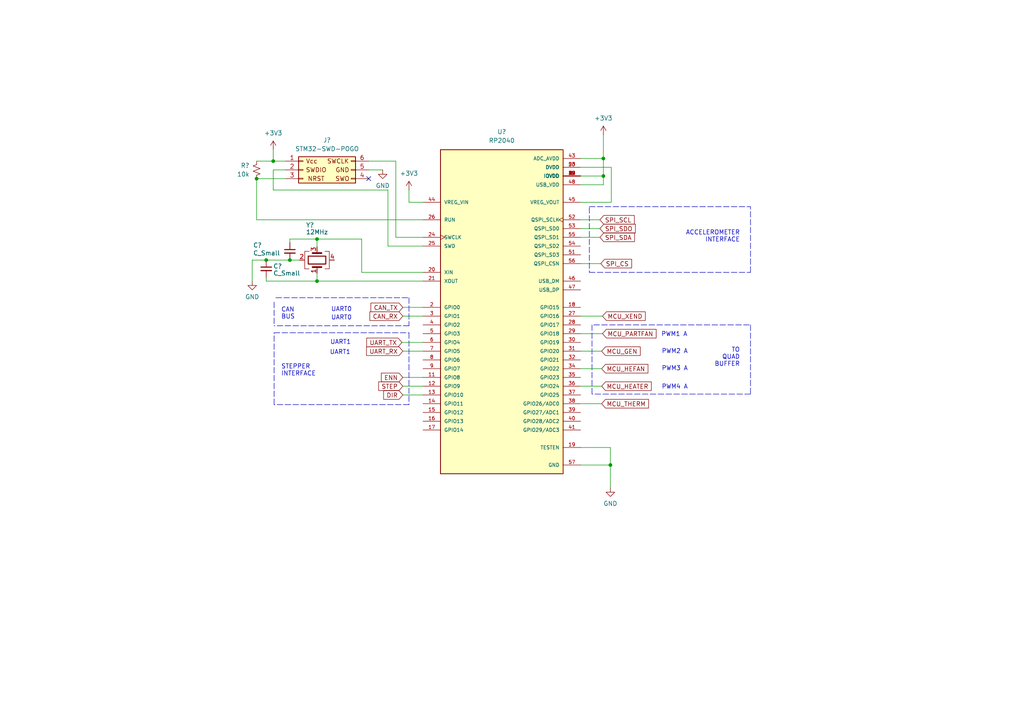
<source format=kicad_sch>
(kicad_sch (version 20211123) (generator eeschema)
  (paper "A4")
  (title_block (title "MCU AND DIGITAL SIGNAL CONNECTIONS") (date "2022-10-21") (rev "1.0") (company "matei repair lab"))
  (lib_symbols
    (symbol "Device:C_Small" (pin_numbers hide) (pin_names (offset 0.254) hide)
      (property "Reference" "C" (at 0.254 1.778 0))
      (property "Value" "C_Small" (at 0.254 -2.032 0))
      (symbol "C_Small_0_1"
        (polyline (pts (xy -1.524 -0.508) (xy 1.524 -0.508)) (stroke (width 0.3302)))
        (polyline (pts (xy -1.524 0.508) (xy 1.524 0.508)) (stroke (width 0.3048)))
      )
      (symbol "C_Small_1_1"
        (pin passive line (at 0 2.54 270) (length 2.032) (name "~") (number "1"))
        (pin passive line (at 0 -2.54 90) (length 2.032) (name "~") (number "2"))
      )
    )
    (symbol "Device:Crystal_GND24" (pin_names (offset 1.016) hide)
      (property "Reference" "Y" (at 3.175 5.08 0))
      (property "Value" "Crystal_GND24" (at 3.175 3.175 0))
      (symbol "Crystal_GND24_0_1"
        (rectangle (start -1.143 2.54) (end 1.143 -2.54) (stroke (width 0.3048)))
        (polyline (pts (xy -2.54 0) (xy -2.032 0)))
        (polyline (pts (xy -2.032 -1.27) (xy -2.032 1.27)) (stroke (width 0.508)))
        (polyline (pts (xy 0 -3.81) (xy 0 -3.556)))
        (polyline (pts (xy 0 3.556) (xy 0 3.81)))
        (polyline (pts (xy 2.032 -1.27) (xy 2.032 1.27)) (stroke (width 0.508)))
        (polyline (pts (xy 2.032 0) (xy 2.54 0)))
        (polyline (pts (xy -2.54 -2.286) (xy -2.54 -3.556) (xy 2.54 -3.556) (xy 2.54 -2.286)))
        (polyline (pts (xy -2.54 2.286) (xy -2.54 3.556) (xy 2.54 3.556) (xy 2.54 2.286)))
      )
      (symbol "Crystal_GND24_1_1"
        (pin passive line (at -3.81 0 0) (length 1.27) (name "1") (number "1"))
        (pin passive line (at 0 5.08 270) (length 1.27) (name "2") (number "2"))
        (pin passive line (at 3.81 0 180) (length 1.27) (name "3") (number "3"))
        (pin passive line (at 0 -5.08 90) (length 1.27) (name "4") (number "4"))
      )
    )
    (symbol "Device:R_Small_US" (pin_numbers hide) (pin_names (offset 0.254) hide)
      (property "Reference" "R" (at 0.762 0.508 0))
      (property "Value" "R_Small_US" (at 0.762 -1.016 0))
      (symbol "R_Small_US_1_1"
        (polyline (pts (xy 0 0) (xy 1.016 -0.381) (xy 0 -0.762) (xy -1.016 -1.143) (xy 0 -1.524)))
        (polyline (pts (xy 0 1.524) (xy 1.016 1.143) (xy 0 0.762) (xy -1.016 0.381) (xy 0 0)))
        (pin passive line (at 0 2.54 270) (length 1.016) (name "~") (number "1"))
        (pin passive line (at 0 -2.54 90) (length 1.016) (name "~") (number "2"))
      )
    )
    (symbol "RP2040:RP2040" (pin_names (offset 1.016))
      (property "Reference" "U" (at -17.78 50.8 0))
      (property "Value" "RP2040" (at -17.78 -48.26 0))
      (symbol "RP2040_0_0"
        (rectangle (start -17.78 -45.72) (end 17.78 48.26) (stroke (width 0.254)) (fill (type background)))
        (pin power_in line (at 22.86 40.64 180) (length 5.08) (name "IOVDD") (number "1"))
        (pin power_in line (at 22.86 40.64 180) (length 5.08) (name "IOVDD") (number "10"))
        (pin bidirectional line (at -22.86 -17.78 0) (length 5.08) (name "GPIO8") (number "11"))
        (pin bidirectional line (at -22.86 -20.32 0) (length 5.08) (name "GPIO9") (number "12"))
        (pin bidirectional line (at -22.86 -22.86 0) (length 5.08) (name "GPIO10") (number "13"))
        (pin bidirectional line (at -22.86 -25.4 0) (length 5.08) (name "GPIO11") (number "14"))
        (pin bidirectional line (at -22.86 -27.94 0) (length 5.08) (name "GPIO12") (number "15"))
        (pin bidirectional line (at -22.86 -30.48 0) (length 5.08) (name "GPIO13") (number "16"))
        (pin bidirectional line (at -22.86 -33.02 0) (length 5.08) (name "GPIO14") (number "17"))
        (pin bidirectional line (at 22.86 2.54 180) (length 5.08) (name "GPIO15") (number "18"))
        (pin passive line (at 22.86 -38.1 180) (length 5.08) (name "TESTEN") (number "19"))
        (pin bidirectional line (at -22.86 2.54 0) (length 5.08) (name "GPIO0") (number "2"))
        (pin input line (at -22.86 12.7 0) (length 5.08) (name "XIN") (number "20"))
        (pin output line (at -22.86 10.16 0) (length 5.08) (name "XOUT") (number "21"))
        (pin power_in line (at 22.86 40.64 180) (length 5.08) (name "IOVDD") (number "22"))
        (pin power_in line (at 22.86 43.18 180) (length 5.08) (name "DVDD") (number "23"))
        (pin input clock (at -22.86 22.86 0) (length 5.08) (name "SWCLK") (number "24"))
        (pin bidirectional line (at -22.86 20.32 0) (length 5.08) (name "SWD") (number "25"))
        (pin input line (at -22.86 27.94 0) (length 5.08) (name "RUN") (number "26"))
        (pin bidirectional line (at 22.86 0 180) (length 5.08) (name "GPIO16") (number "27"))
        (pin bidirectional line (at 22.86 -2.54 180) (length 5.08) (name "GPIO17") (number "28"))
        (pin bidirectional line (at 22.86 -5.08 180) (length 5.08) (name "GPIO18") (number "29"))
        (pin bidirectional line (at -22.86 0 0) (length 5.08) (name "GPIO1") (number "3"))
        (pin bidirectional line (at 22.86 -7.62 180) (length 5.08) (name "GPIO19") (number "30"))
        (pin bidirectional line (at 22.86 -10.16 180) (length 5.08) (name "GPIO20") (number "31"))
        (pin bidirectional line (at 22.86 -12.7 180) (length 5.08) (name "GPIO21") (number "32"))
        (pin power_in line (at 22.86 40.64 180) (length 5.08) (name "IOVDD") (number "33"))
        (pin bidirectional line (at 22.86 -15.24 180) (length 5.08) (name "GPIO22") (number "34"))
        (pin bidirectional line (at 22.86 -17.78 180) (length 5.08) (name "GPIO23") (number "35"))
        (pin bidirectional line (at 22.86 -20.32 180) (length 5.08) (name "GPIO24") (number "36"))
        (pin bidirectional line (at 22.86 -22.86 180) (length 5.08) (name "GPIO25") (number "37"))
        (pin bidirectional line (at 22.86 -25.4 180) (length 5.08) (name "GPIO26/ADC0") (number "38"))
        (pin bidirectional line (at 22.86 -27.94 180) (length 5.08) (name "GPIO27/ADC1") (number "39"))
        (pin bidirectional line (at -22.86 -2.54 0) (length 5.08) (name "GPIO2") (number "4"))
        (pin bidirectional line (at 22.86 -30.48 180) (length 5.08) (name "GPIO28/ADC2") (number "40"))
        (pin bidirectional line (at 22.86 -33.02 180) (length 5.08) (name "GPIO29/ADC3") (number "41"))
        (pin power_in line (at 22.86 40.64 180) (length 5.08) (name "IOVDD") (number "42"))
        (pin power_in line (at 22.86 45.72 180) (length 5.08) (name "ADC_AVDD") (number "43"))
        (pin input line (at -22.86 33.02 0) (length 5.08) (name "VREG_VIN") (number "44"))
        (pin output line (at 22.86 33.02 180) (length 5.08) (name "VREG_VOUT") (number "45"))
        (pin bidirectional line (at 22.86 10.16 180) (length 5.08) (name "USB_DM") (number "46"))
        (pin bidirectional line (at 22.86 7.62 180) (length 5.08) (name "USB_DP") (number "47"))
        (pin power_in line (at 22.86 38.1 180) (length 5.08) (name "USB_VDD") (number "48"))
        (pin power_in line (at 22.86 40.64 180) (length 5.08) (name "IOVDD") (number "49"))
        (pin bidirectional line (at -22.86 -5.08 0) (length 5.08) (name "GPIO3") (number "5"))
        (pin power_in line (at 22.86 43.18 180) (length 5.08) (name "DVDD") (number "50"))
        (pin bidirectional line (at 22.86 17.78 180) (length 5.08) (name "QSPI_SD3") (number "51"))
        (pin bidirectional clock (at 22.86 27.94 180) (length 5.08) (name "QSPI_SCLK") (number "52"))
        (pin bidirectional line (at 22.86 25.4 180) (length 5.08) (name "QSPI_SD0") (number "53"))
        (pin bidirectional line (at 22.86 20.32 180) (length 5.08) (name "QSPI_SD2") (number "54"))
        (pin bidirectional line (at 22.86 22.86 180) (length 5.08) (name "QSPI_SD1") (number "55"))
        (pin bidirectional line (at 22.86 15.24 180) (length 5.08) (name "QSPI_CSN") (number "56"))
        (pin power_in line (at 22.86 -43.18 180) (length 5.08) (name "GND") (number "57"))
        (pin bidirectional line (at -22.86 -7.62 0) (length 5.08) (name "GPIO4") (number "6"))
        (pin bidirectional line (at -22.86 -10.16 0) (length 5.08) (name "GPIO5") (number "7"))
        (pin bidirectional line (at -22.86 -12.7 0) (length 5.08) (name "GPIO6") (number "8"))
        (pin bidirectional line (at -22.86 -15.24 0) (length 5.08) (name "GPIO7") (number "9"))
      )
    )
    (symbol "matei:STM32-SWD-POGO" (pin_names (offset 1.016) hide)
      (property "Reference" "J" (at 0 5.08 0))
      (property "Value" "STM32-SWD-POGO" (at 1.27 -5.08 0))
      (symbol "STM32-SWD-POGO_0_0"
        (text "GND" (at 5.08 0 0) (effects (font (size 1.27 1.27))))
        (text "NRST" (at -2.54 -2.54 0) (effects (font (size 1.27 1.27))))
        (text "SWCLK" (at 3.81 2.54 0) (effects (font (size 1.27 1.27))))
        (text "SWDIO" (at -2.54 0 0) (effects (font (size 1.27 1.27))))
        (text "SWO" (at 5.08 -2.54 0) (effects (font (size 1.27 1.27))))
        (text "Vcc" (at -3.81 2.54 0) (effects (font (size 1.27 1.27))))
      )
      (symbol "STM32-SWD-POGO_1_1"
        (rectangle (start -7.62 -2.413) (end -6.35 -2.667) (stroke (width 0.1524)))
        (rectangle (start -7.62 0.127) (end -6.35 -0.127) (stroke (width 0.1524)))
        (rectangle (start -7.62 2.667) (end -6.35 2.413) (stroke (width 0.1524)))
        (rectangle (start -7.62 3.81) (end 8.89 -3.81) (stroke (width 0.254)) (fill (type background)))
        (rectangle (start 8.89 -2.413) (end 7.62 -2.667) (stroke (width 0.1524)))
        (rectangle (start 8.89 0.127) (end 7.62 -0.127) (stroke (width 0.1524)))
        (rectangle (start 8.89 2.667) (end 7.62 2.413) (stroke (width 0.1524)))
        (pin passive line (at -11.43 2.54 0) (length 3.81) (name "Pin_1") (number "1"))
        (pin passive line (at -11.43 0 0) (length 3.81) (name "Pin_2") (number "2"))
        (pin passive line (at -11.43 -2.54 0) (length 3.81) (name "Pin_3") (number "3"))
        (pin passive line (at 12.7 -2.54 180) (length 3.81) (name "Pin_4") (number "4"))
        (pin passive line (at 12.7 0 180) (length 3.81) (name "Pin_5") (number "5"))
        (pin passive line (at 12.7 2.54 180) (length 3.81) (name "Pin_6") (number "6"))
      )
    )
    (symbol "power:+3V3" (power) (pin_names (offset 0))
      (property "Value" "+3V3" (at 0 3.556 0))
      (symbol "+3V3_0_1"
        (polyline (pts (xy -0.762 1.27) (xy 0 2.54)))
        (polyline (pts (xy 0 0) (xy 0 2.54)))
        (polyline (pts (xy 0 2.54) (xy 0.762 1.27)))
      )
      (symbol "+3V3_1_1"
        (pin power_in line (at 0 0 90) (length 0) hide (name "+3V3") (number "1"))
      )
    )
    (symbol "power:GND" (power) (pin_names (offset 0))
      (property "Value" "GND" (at 0 -3.81 0))
      (symbol "GND_0_1"
        (polyline (pts (xy 0 0) (xy 0 -1.27) (xy 1.27 -1.27) (xy 0 -2.54) (xy -1.27 -1.27) (xy 0 -1.27)))
      )
      (symbol "GND_1_1"
        (pin power_in line (at 0 0 270) (length 0) hide (name "GND") (number "1"))
      )
    )
  )
  (junction (at 91.948 81.534))
  (junction (at 74.422 51.816))
  (junction (at 84.074 75.438))
  (junction (at 91.948 69.342))
  (junction (at 175.006 45.974))
  (junction (at 177.038 134.874))
  (junction (at 77.216 75.438))
  (junction (at 175.006 51.054))
  (junction (at 79.248 46.736))
  (no_connect (at 106.934 51.816))
  (polyline (pts (xy 118.618 94.488) (xy 79.502 94.488)))
  (wire (pts (xy 168.402 66.294) (xy 173.99 66.294)))
  (wire (pts (xy 86.868 75.438) (xy 84.074 75.438)))
  (wire (pts (xy 116.84 91.694) (xy 122.682 91.694)))
  (wire (pts (xy 168.402 106.934) (xy 174.498 106.934)))
  (wire (pts (xy 91.948 69.342) (xy 104.902 69.342)))
  (polyline (pts (xy 79.502 96.52) (xy 118.618 96.52)))
  (wire (pts (xy 168.402 68.834) (xy 173.99 68.834)))
  (wire (pts (xy 168.402 53.594) (xy 175.006 53.594)))
  (wire (pts (xy 116.586 99.314) (xy 122.682 99.314)))
  (wire (pts (xy 168.402 63.754) (xy 173.99 63.754)))
  (wire (pts (xy 112.522 55.118) (xy 79.248 55.118)))
  (wire (pts (xy 77.216 80.518) (xy 77.216 81.534)))
  (wire (pts (xy 177.038 134.874) (xy 177.038 141.478)))
  (wire (pts (xy 116.84 101.854) (xy 122.682 101.854)))
  (polyline (pts (xy 217.678 114.3) (xy 171.704 114.3)))
  (wire (pts (xy 122.682 63.754) (xy 74.422 63.754)))
  (wire (pts (xy 79.248 49.276) (xy 82.804 49.276)))
  (wire (pts (xy 112.522 71.374) (xy 112.522 55.118)))
  (wire (pts (xy 177.292 48.514) (xy 177.292 58.674)))
  (wire (pts (xy 91.948 81.534) (xy 122.682 81.534)))
  (wire (pts (xy 84.074 70.358) (xy 84.074 69.342)))
  (wire (pts (xy 106.934 49.276) (xy 110.998 49.276)))
  (polyline (pts (xy 172.212 94.234) (xy 217.678 94.234)))
  (wire (pts (xy 168.402 134.874) (xy 177.038 134.874)))
  (polyline (pts (xy 79.502 87.63) (xy 79.502 94.488)))
  (wire (pts (xy 175.006 45.974) (xy 175.006 39.116)))
  (wire (pts (xy 168.402 96.774) (xy 174.752 96.774)))
  (wire (pts (xy 116.84 109.474) (xy 122.682 109.474)))
  (wire (pts (xy 82.804 46.736) (xy 79.248 46.736)))
  (wire (pts (xy 168.402 101.854) (xy 174.498 101.854)))
  (wire (pts (xy 84.074 69.342) (xy 91.948 69.342)))
  (polyline (pts (xy 118.618 86.36) (xy 118.618 94.488)))
  (polyline (pts (xy 118.618 117.348) (xy 79.502 117.348)))
  (wire (pts (xy 79.248 46.736) (xy 79.248 43.434)))
  (wire (pts (xy 84.074 75.438) (xy 77.216 75.438)))
  (wire (pts (xy 114.808 68.834) (xy 122.682 68.834)))
  (wire (pts (xy 177.038 129.794) (xy 177.038 134.874)))
  (wire (pts (xy 116.84 112.014) (xy 122.682 112.014)))
  (polyline (pts (xy 170.942 78.994) (xy 217.678 78.994)))
  (wire (pts (xy 175.006 53.594) (xy 175.006 51.054)))
  (wire (pts (xy 116.84 114.554) (xy 122.682 114.554)))
  (polyline (pts (xy 170.942 59.944) (xy 217.678 59.944)))
  (wire (pts (xy 74.422 46.736) (xy 79.248 46.736)))
  (wire (pts (xy 74.422 51.816) (xy 82.804 51.816)))
  (wire (pts (xy 168.402 117.094) (xy 174.498 117.094)))
  (wire (pts (xy 77.216 81.534) (xy 91.948 81.534)))
  (wire (pts (xy 91.948 71.628) (xy 91.948 69.342)))
  (wire (pts (xy 118.618 55.118) (xy 118.618 58.674)))
  (polyline (pts (xy 217.678 94.234) (xy 217.678 114.3)))
  (wire (pts (xy 91.948 81.534) (xy 91.948 79.248)))
  (wire (pts (xy 168.402 91.694) (xy 174.752 91.694)))
  (wire (pts (xy 122.682 71.374) (xy 112.522 71.374)))
  (wire (pts (xy 175.006 45.974) (xy 175.006 51.054)))
  (polyline (pts (xy 118.618 96.52) (xy 118.618 117.348)))
  (wire (pts (xy 79.248 55.118) (xy 79.248 49.276)))
  (polyline (pts (xy 171.704 94.234) (xy 171.704 114.3)))
  (polyline (pts (xy 80.01 86.36) (xy 118.618 86.36)))
  (wire (pts (xy 116.84 89.154) (xy 122.682 89.154)))
  (wire (pts (xy 168.402 76.454) (xy 174.244 76.454)))
  (polyline (pts (xy 170.942 60.198) (xy 170.942 78.994)))
  (wire (pts (xy 168.402 112.014) (xy 174.498 112.014)))
  (wire (pts (xy 73.152 75.438) (xy 73.152 81.534)))
  (polyline (pts (xy 79.502 117.348) (xy 79.502 96.52)))
  (wire (pts (xy 122.682 78.994) (xy 104.902 78.994)))
  (wire (pts (xy 177.292 58.674) (xy 168.402 58.674)))
  (wire (pts (xy 122.682 58.674) (xy 118.618 58.674)))
  (wire (pts (xy 168.402 51.054) (xy 175.006 51.054)))
  (wire (pts (xy 77.216 75.438) (xy 73.152 75.438)))
  (wire (pts (xy 114.808 46.736) (xy 114.808 68.834)))
  (wire (pts (xy 168.402 48.514) (xy 177.292 48.514)))
  (polyline (pts (xy 217.678 78.994) (xy 217.678 59.944)))
  (wire (pts (xy 168.402 45.974) (xy 175.006 45.974)))
  (wire (pts (xy 168.402 129.794) (xy 177.038 129.794)))
  (wire (pts (xy 74.422 63.754) (xy 74.422 51.816)))
  (wire (pts (xy 106.934 46.736) (xy 114.808 46.736)))
  (wire (pts (xy 104.902 69.342) (xy 104.902 78.994)))
  (text "ACCELEROMETER\nINTERFACE" (at 214.63 70.358 180) (effects (font (size 1.27 1.27)) (justify right bottom)))
  (text "UART0" (at 96.012 92.964 0) (effects (font (size 1.27 1.27)) (justify left bottom)))
  (text "UART0" (at 96.012 90.551 0) (effects (font (size 1.27 1.27)) (justify left bottom)))
  (text "PWM2 A" (at 191.897 102.743 0) (effects (font (size 1.27 1.27)) (justify left bottom)))
  (text "STEPPER\nINTERFACE" (at 81.534 109.22 0) (effects (font (size 1.27 1.27)) (justify left bottom)))
  (text "UART1" (at 95.758 100.076 0) (effects (font (size 1.27 1.27)) (justify left bottom)))
  (text "PWM1 A" (at 191.77 97.79 0) (effects (font (size 1.27 1.27)) (justify left bottom)))
  (text "TO\nQUAD\nBUFFER" (at 214.63 106.426 180) (effects (font (size 1.27 1.27)) (justify right bottom)))
  (text "PWM3 A" (at 191.897 107.696 0) (effects (font (size 1.27 1.27)) (justify left bottom)))
  (text "UART1" (at 95.631 102.997 0) (effects (font (size 1.27 1.27)) (justify left bottom)))
  (text "PWM4 A" (at 191.897 113.03 0) (effects (font (size 1.27 1.27)) (justify left bottom)))
  (text "CAN\nBUS" (at 81.534 92.71 0) (effects (font (size 1.27 1.27)) (justify left bottom)))
  (global_label "UART_RX" (shape input) (at 116.84 101.854 180) (property "Intersheet References" "${INTERSHEET_REFS}" (effects hide)))
  (global_label "DIR" (shape input) (at 116.84 114.554 180) (property "Intersheet References" "${INTERSHEET_REFS}" (effects hide)))
  (global_label "MCU_PARTFAN" (shape input) (at 174.752 96.774 0) (property "Intersheet References" "${INTERSHEET_REFS}" (effects hide)))
  (global_label "MCU_HEATER" (shape input) (at 174.498 112.014 0) (property "Intersheet References" "${INTERSHEET_REFS}" (effects hide)))
  (global_label "MCU_HEFAN" (shape input) (at 174.498 106.934 0) (property "Intersheet References" "${INTERSHEET_REFS}" (effects hide)))
  (global_label "ENN" (shape input) (at 116.84 109.474 180) (property "Intersheet References" "${INTERSHEET_REFS}" (effects hide)))
  (global_label "SPI_SDO" (shape input) (at 173.99 66.294 0) (property "Intersheet References" "${INTERSHEET_REFS}" (effects hide)))
  (global_label "STEP" (shape input) (at 116.84 112.014 180) (property "Intersheet References" "${INTERSHEET_REFS}" (effects hide)))
  (global_label "MCU_XEND" (shape input) (at 174.752 91.694 0) (property "Intersheet References" "${INTERSHEET_REFS}" (effects hide)))
  (global_label "SPI_SCL" (shape input) (at 173.99 63.754 0) (property "Intersheet References" "${INTERSHEET_REFS}" (effects hide)))
  (global_label "SPI_SDA" (shape input) (at 173.99 68.834 0) (property "Intersheet References" "${INTERSHEET_REFS}" (effects hide)))
  (global_label "SPI_CS" (shape input) (at 174.244 76.454 0) (property "Intersheet References" "${INTERSHEET_REFS}" (effects hide)))
  (global_label "CAN_RX" (shape input) (at 116.84 91.694 180) (property "Intersheet References" "${INTERSHEET_REFS}" (effects hide)))
  (global_label "CAN_TX" (shape input) (at 116.84 89.154 180) (property "Intersheet References" "${INTERSHEET_REFS}" (effects hide)))
  (global_label "MCU_THERM" (shape input) (at 174.498 117.094 0) (property "Intersheet References" "${INTERSHEET_REFS}" (effects hide)))
  (global_label "MCU_GEN" (shape input) (at 174.498 101.854 0) (property "Intersheet References" "${INTERSHEET_REFS}" (effects hide)))
  (global_label "UART_TX" (shape input) (at 116.586 99.314 180) (property "Intersheet References" "${INTERSHEET_REFS}" (effects hide)))
  (symbol (lib_id "power:+3V3") (at 175.006 39.116 0) (unit 1)
    (property "Reference" "#PWR?" (effects hide))
    (property "Value" "+3V3" (at 175.006 34.29 0))
  )
  (symbol (lib_id "Device:C_Small") (at 84.074 72.898 0) (unit 1)
    (property "Reference" "C?" (at 73.406 71.12 0) (effects (justify left)))
    (property "Value" "C_Small" (at 73.406 73.406 0) (effects (justify left)))
  )
  (symbol (lib_id "power:+3V3") (at 118.618 55.118 0) (unit 1)
    (property "Reference" "#PWR?" (effects hide))
    (property "Value" "+3V3" (at 118.618 50.292 0))
  )
  (symbol (lib_id "Device:C_Small") (at 77.216 77.978 0) (unit 1)
    (property "Reference" "C?" (at 79.248 77.216 0) (effects (justify left)))
    (property "Value" "C_Small" (at 79.248 79.248 0) (effects (justify left)))
  )
  (symbol (lib_id "RP2040:RP2040") (at 145.542 91.694 0) (unit 1)
    (property "Reference" "U?" (at 145.542 38.227 0))
    (property "Value" "RP2040" (at 145.542 40.767 0))
    (property "Footprint" "QFN40P700X700X90-57N" (effects hide))
    (property "STANDARD" "IPC 7351B" (effects hide))
    (property "MAXIMUM_PACKAGE_HEIGHT" "0.9 mm" (effects hide))
    (property "MANUFACTURER" "Raspberry Pi" (effects hide))
    (property "PARTREV" "1.6.1" (effects hide))
  )
  (symbol (lib_id "Device:R_Small_US") (at 74.422 49.276 0) (mirror x) (unit 1)
    (property "Reference" "R?" (at 72.39 48.0059 0) (effects (justify right)))
    (property "Value" "10k" (at 72.39 50.5459 0) (effects (justify right)))
  )
  (symbol (lib_id "power:GND") (at 110.998 49.276 0) (unit 1)
    (property "Reference" "#PWR?" (effects hide))
    (property "Value" "GND" (at 110.998 53.848 0))
  )
  (symbol (lib_id "Device:Crystal_GND24") (at 91.948 75.438 90) (unit 1)
    (property "Reference" "Y?" (at 89.916 65.278 90))
    (property "Value" "12MHz" (at 91.948 67.31 90))
  )
  (symbol (lib_id "matei:STM32-SWD-POGO") (at 94.234 49.276 0) (unit 1)
    (property "Reference" "J?" (at 94.869 40.64 0))
    (property "Value" "STM32-SWD-POGO" (at 94.869 43.18 0))
  )
  (symbol (lib_id "power:GND") (at 177.038 141.478 0) (unit 1)
    (property "Reference" "#PWR?" (effects hide))
    (property "Value" "GND" (at 177.038 146.05 0))
  )
  (symbol (lib_id "power:GND") (at 73.152 81.534 0) (unit 1)
    (property "Reference" "#PWR?" (effects hide))
    (property "Value" "GND" (at 73.152 86.106 0))
  )
  (symbol (lib_id "power:+3V3") (at 79.248 43.434 0) (unit 1)
    (property "Reference" "#PWR?" (effects hide))
    (property "Value" "+3V3" (at 79.248 38.608 0))
  )
)
</source>
